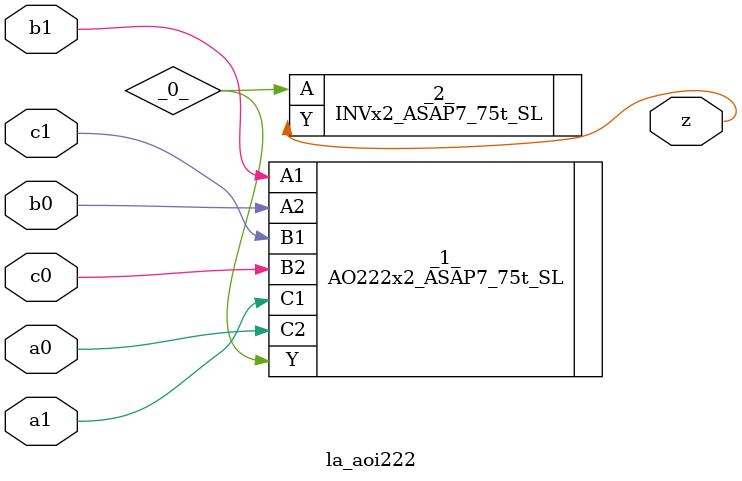
<source format=v>

/* Generated by Yosys 0.44 (git sha1 80ba43d26, g++ 11.4.0-1ubuntu1~22.04 -fPIC -O3) */

(* top =  1  *)
(* src = "generated" *)
(* keep_hierarchy *)
module la_aoi222 (
    a0,
    a1,
    b0,
    b1,
    c0,
    c1,
    z
);
  wire _0_;
  (* src = "generated" *)
  input a0;
  wire a0;
  (* src = "generated" *)
  input a1;
  wire a1;
  (* src = "generated" *)
  input b0;
  wire b0;
  (* src = "generated" *)
  input b1;
  wire b1;
  (* src = "generated" *)
  input c0;
  wire c0;
  (* src = "generated" *)
  input c1;
  wire c1;
  (* src = "generated" *)
  output z;
  wire z;
  AO222x2_ASAP7_75t_SL _1_ (
      .A1(b1),
      .A2(b0),
      .B1(c1),
      .B2(c0),
      .C1(a1),
      .C2(a0),
      .Y (_0_)
  );
  INVx2_ASAP7_75t_SL _2_ (
      .A(_0_),
      .Y(z)
  );
endmodule

</source>
